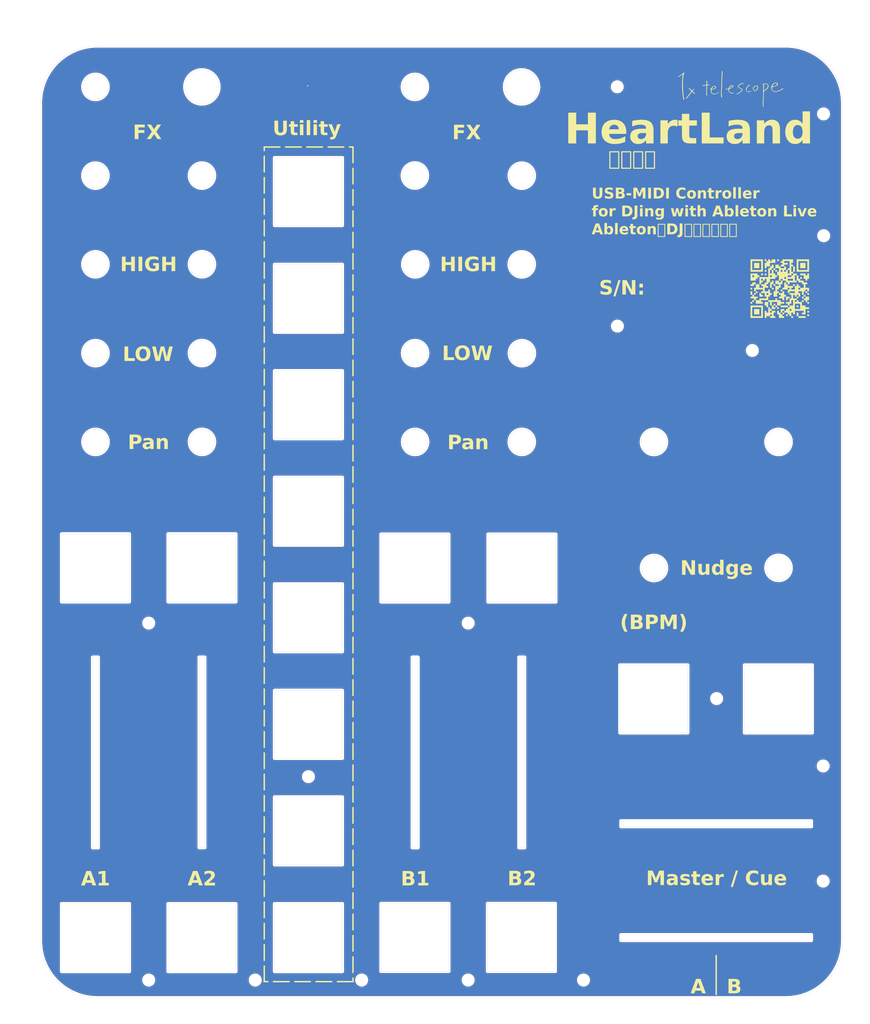
<source format=kicad_pcb>
(kicad_pcb (version 20240108) (generator "pcbnew") (generator_version "8.0")
  (layers (0 "F.Cu" signal) (31 "B.Cu" signal) (34 "B.Paste" user) (35 "F.Paste" user) (36 "B.SilkS" user "B.Silkscreen") (37 "F.SilkS" user "F.Silkscreen") (38 "B.Mask" user) (39 "F.Mask" user) (44 "Edge.Cuts" user))
  (net 0 "")
  (net 1 "GND")
  (footprint "MountingHole:MountingHole_3.2mm_M3" (layer "F.Cu") (at 257.4164 99.3892)
    (property "Reference" "gawa" (hide yes))
    (property "Value" "MountingHole_3.2mm_M3")
    (pad "" np_thru_hole circle (at 0 0) (size 3.2 3.2) (drill 3.2) (layers "F&B.Cu" "*.Mask"))
  )
  (footprint "MountingHole:MountingHole_3.2mm_M3" (layer "F.Cu") (at 199.3 91.75)
    (property "Reference" "gawa" (hide yes))
    (property "Value" "MountingHole_3.2mm_M3")
    (pad "" np_thru_hole circle (at 0 0) (size 3.2 3.2) (drill 3.2) (layers "F&B.Cu" "*.Mask"))
  )
  (footprint "MountingHole:MountingHole_3.2mm_M3" (layer "F.Cu") (at 67.3 242.75)
    (property "Reference" "gawa" (hide yes))
    (property "Value" "MountingHole_3.2mm_M3")
    (pad "" np_thru_hole circle (at 0 0) (size 3.2 3.2) (drill 3.2) (layers "F&B.Cu" "*.Mask"))
  )
  (footprint "MountingHole:MountingHole_3.2mm_M3" (layer "F.Cu") (at 112.3 286)
    (property "Reference" "gawa" (hide yes))
    (property "Value" "MountingHole_3.2mm_M3")
    (pad "" np_thru_hole circle (at 0 0) (size 3.2 3.2) (drill 3.2) (layers "F&B.Cu" "*.Mask"))
  )
  (footprint "MountingHole:MountingHole_3.2mm_M3" (layer "F.Cu") (at 257.4672 133.6792)
    (property "Reference" "gawa" (hide yes))
    (property "Value" "MountingHole_3.2mm_M3")
    (pad "" np_thru_hole circle (at 0 0) (size 3.2 3.2) (drill 3.2) (layers "F&B.Cu" "*.Mask"))
  )
  (footprint "1xtelescope:1xts_logo_30mm" (layer "F.Cu") (at 231.14 91.44)
    (property "Reference" "G***" (hide yes))
    (property "Value" "LOGO" (hide yes))
  )
  (footprint "MountingHole:MountingHole_3.2mm_M3" (layer "F.Cu") (at 199.352 159.13)
    (property "Reference" "gawa" (hide yes))
    (property "Value" "MountingHole_3.2mm_M3")
    (pad "" np_thru_hole circle (at 0 0) (size 3.2 3.2) (drill 3.2) (layers "F&B.Cu" "*.Mask"))
  )
  (footprint "MountingHole:MountingHole_3.2mm_M3" (layer "F.Cu") (at 67.3 343.25)
    (property "Reference" "gawa" (hide yes))
    (property "Value" "MountingHole_3.2mm_M3")
    (pad "" np_thru_hole circle (at 0 0) (size 3.2 3.2) (drill 3.2) (layers "F&B.Cu" "*.Mask"))
  )
  (footprint "MountingHole:MountingHole_3.2mm_M3" (layer "F.Cu") (at 257.3148 315.3908)
    (property "Reference" "gawa" (hide yes))
    (property "Value" "MountingHole_3.2mm_M3")
    (pad "" np_thru_hole circle (at 0 0) (size 3.2 3.2) (drill 3.2) (layers "F&B.Cu" "*.Mask"))
  )
  (footprint "MountingHole:MountingHole_3.2mm_M3" (layer "F.Cu") (at 127.3 343.25)
    (property "Reference" "gawa" (hide yes))
    (property "Value" "MountingHole_3.2mm_M3")
    (pad "" np_thru_hole circle (at 0 0) (size 3.2 3.2) (drill 3.2) (layers "F&B.Cu" "*.Mask"))
  )
  (footprint "MountingHole:MountingHole_3.2mm_M3" (layer "F.Cu") (at 237.3504 165.988)
    (property "Reference" "gawa" (hide yes))
    (property "Value" "MountingHole_3.2mm_M3")
    (pad "" np_thru_hole circle (at 0 0) (size 3.2 3.2) (drill 3.2) (layers "F&B.Cu" "*.Mask"))
  )
  (footprint "LOGO" (layer "F.Cu") (at 245.11 148.59)
    (property "Reference" "G***" (hide yes))
    (property "Value" "LOGO" (hide yes))
  )
  (footprint "MountingHole:MountingHole_3.2mm_M3" (layer "F.Cu") (at 189.8 343.25)
    (property "Reference" "gawa" (hide yes))
    (property "Value" "MountingHole_3.2mm_M3")
    (pad "" np_thru_hole circle (at 0 0) (size 3.2 3.2) (drill 3.2) (layers "F&B.Cu" "*.Mask"))
  )
  (footprint "MountingHole:MountingHole_3.2mm_M3" (layer "F.Cu") (at 157.3 242.75)
    (property "Reference" "gawa" (hide yes))
    (property "Value" "MountingHole_3.2mm_M3")
    (pad "" np_thru_hole circle (at 0 0) (size 3.2 3.2) (drill 3.2) (layers "F&B.Cu" "*.Mask"))
  )
  (footprint "MountingHole:MountingHole_3.2mm_M3" (layer "F.Cu") (at 227.3 264)
    (property "Reference" "gawa" (hide yes))
    (property "Value" "MountingHole_3.2mm_M3")
    (pad "" np_thru_hole circle (at 0 0) (size 3.2 3.2) (drill 3.2) (layers "F&B.Cu" "*.Mask"))
  )
  (footprint "MountingHole:MountingHole_3.2mm_M3" (layer "F.Cu") (at 257.3148 282.9804)
    (property "Reference" "M3" (hide yes))
    (property "Value" "MountingHole_3.2mm_M3")
    (pad "" np_thru_hole circle (at 0 0) (size 3.2 3.2) (drill 3.2) (layers "F&B.Cu" "*.Mask"))
  )
  (footprint "MountingHole:MountingHole_3.2mm_M3" (layer "F.Cu") (at 97.3 343.25)
    (property "Reference" "gawa" (hide yes))
    (property "Value" "MountingHole_3.2mm_M3")
    (pad "" np_thru_hole circle (at 0 0) (size 3.2 3.2) (drill 3.2) (layers "F&B.Cu" "*.Mask"))
  )
  (footprint "MountingHole:MountingHole_3.2mm_M3" (layer "F.Cu") (at 157.3 343.25)
    (property "Reference" "gawa" (hide yes))
    (property "Value" "MountingHole_3.2mm_M3")
    (pad "" np_thru_hole circle (at 0 0) (size 3.2 3.2) (drill 3.2) (layers "F&B.Cu" "*.Mask"))
  )
  (gr_line (start 227.1776 336.3332) (end 227.1776 347.3332) (stroke (width 0.4)) (layer "F.SilkS"))
  (gr_rect (start 99.85 108.7) (end 124.85 343.7) (stroke (width 0.4) (type dash)) (fill none) (layer "F.SilkS"))
  (gr_rect (start 42.75 321.75) (end 61.85 340.85) (stroke (width 0.05)) (fill none) (layer "Edge.Cuts"))
  (gr_circle (center 52.3 166.749892) (end 55.85 166.749892) (stroke (width 0.05)) (fill none) (layer "Edge.Cuts"))
  (gr_line (start 262.8 332.25) (end 262.8 96.25) (stroke (width 0.05)) (layer "Edge.Cuts"))
  (gr_circle (center 52.29 141.729892) (end 55.84 141.729892) (stroke (width 0.05)) (fill none) (layer "Edge.Cuts"))
  (gr_circle (center 52.28 116.759892) (end 55.83 116.759892) (stroke (width 0.05)) (fill none) (layer "Edge.Cuts"))
  (gr_rect (start 171.6 252.35) (end 173.2 306) (stroke (width 0.05)) (fill none) (layer "Edge.Cuts"))
  (gr_rect (start 42.75 217.65) (end 61.85 236.75) (stroke (width 0.05)) (fill none) (layer "Edge.Cuts"))
  (gr_rect (start 162.9 217.7) (end 182 236.8) (stroke (width 0.05)) (fill none) (layer "Edge.Cuts"))
  (gr_circle (center 82.28 91.78) (end 87.08 91.78) (stroke (width 0.05)) (fill none) (layer "Edge.Cuts"))
  (gr_circle (center 142.29 116.730108) (end 145.84 116.730108) (stroke (width 0.05)) (fill none) (layer "Edge.Cuts"))
  (gr_circle (center 172.4 191.730108) (end 175.95 191.730108) (stroke (width 0.05)) (fill none) (layer "Edge.Cuts"))
  (gr_circle (center 82.3 141.720108) (end 85.85 141.720108) (stroke (width 0.05)) (fill none) (layer "Edge.Cuts"))
  (gr_circle (center 52.3 91.779892) (end 55.85 91.779892) (stroke (width 0.05)) (fill none) (layer "Edge.Cuts"))
  (gr_rect (start 102.75 291.7) (end 121.85 310.8) (stroke (width 0.05)) (fill none) (layer "Edge.Cuts"))
  (gr_circle (center 52.31 191.74) (end 55.86 191.74) (stroke (width 0.05)) (fill none) (layer "Edge.Cuts"))
  (gr_rect (start 132.75 217.7) (end 151.85 236.8) (stroke (width 0.05)) (fill none) (layer "Edge.Cuts"))
  (gr_rect (start 200.35 298.45) (end 254 300.05) (stroke (width 0.05)) (fill none) (layer "Edge.Cuts"))
  (gr_line (start 36.8 96.25) (end 36.8 332.25) (stroke (width 0.05)) (layer "Edge.Cuts"))
  (gr_circle (center 172.44 166.760108) (end 175.99 166.760108) (stroke (width 0.05)) (fill none) (layer "Edge.Cuts"))
  (gr_rect (start 102.75 231.7) (end 121.85 250.8) (stroke (width 0.05)) (fill none) (layer "Edge.Cuts"))
  (gr_rect (start 72.75 217.65) (end 91.85 236.75) (stroke (width 0.05)) (fill none) (layer "Edge.Cuts"))
  (gr_rect (start 102.75 171.7) (end 121.85 190.8) (stroke (width 0.05)) (fill none) (layer "Edge.Cuts"))
  (gr_rect (start 200.35 330.5) (end 254 332.1) (stroke (width 0.05)) (fill none) (layer "Edge.Cuts"))
  (gr_rect (start 102.75 201.7) (end 121.85 220.8) (stroke (width 0.05)) (fill none) (layer "Edge.Cuts"))
  (gr_circle (center 142.34 166.749892) (end 145.89 166.749892) (stroke (width 0.05)) (fill none) (layer "Edge.Cuts"))
  (gr_circle (center 82.29 166.730108) (end 85.84 166.730108) (stroke (width 0.05)) (fill none) (layer "Edge.Cuts"))
  (gr_circle (center 244.740108 227.2) (end 248.290108 227.2) (stroke (width 0.05)) (fill none) (layer "Edge.Cuts"))
  (gr_circle (center 142.29 91.770108) (end 145.84 91.770108) (stroke (width 0.05)) (fill none) (layer "Edge.Cuts"))
  (gr_circle (center 82.31 191.730108) (end 85.86 191.730108) (stroke (width 0.05)) (fill none) (layer "Edge.Cuts"))
  (gr_rect (start 51.5 252.35) (end 53.1 306) (stroke (width 0.05)) (fill none) (layer "Edge.Cuts"))
  (gr_rect (start 102.75 261.7) (end 121.85 280.8) (stroke (width 0.05)) (fill none) (layer "Edge.Cuts"))
  (gr_arc (start 52.8 348.25) (mid 41.486292 343.563708) (end 36.8 332.25) (stroke (width 0.05)) (layer "Edge.Cuts"))
  (gr_rect (start 162.75 321.7) (end 181.85 340.8) (stroke (width 0.05)) (fill none) (layer "Edge.Cuts"))
  (gr_rect (start 72.75 321.75) (end 91.85 340.85) (stroke (width 0.05)) (fill none) (layer "Edge.Cuts"))
  (gr_circle (center 209.650108 227.23) (end 213.200108 227.23) (stroke (width 0.05)) (fill none) (layer "Edge.Cuts"))
  (gr_rect (start 102.75 111.7) (end 121.85 130.8) (stroke (width 0.05)) (fill none) (layer "Edge.Cuts"))
  (gr_arc (start 246.8 80.25) (mid 258.113708 84.936292) (end 262.8 96.25) (stroke (width 0.05)) (layer "Edge.Cuts"))
  (gr_rect (start 132.75 321.7) (end 151.85 340.8) (stroke (width 0.05)) (fill none) (layer "Edge.Cuts"))
  (gr_circle (center 172.39 141.750108) (end 175.94 141.750108) (stroke (width 0.05)) (fill none) (layer "Edge.Cuts"))
  (gr_rect (start 102.75 321.75) (end 121.85 340.85) (stroke (width 0.05)) (fill none) (layer "Edge.Cuts"))
  (gr_circle (center 82.3 116.750108) (end 85.85 116.750108) (stroke (width 0.05)) (fill none) (layer "Edge.Cuts"))
  (gr_circle (center 142.35 191.74) (end 145.9 191.74) (stroke (width 0.05)) (fill none) (layer "Edge.Cuts"))
  (gr_line (start 52.8 80.25) (end 246.8 80.25) (stroke (width 0.05)) (layer "Edge.Cuts"))
  (gr_rect (start 235.15 254.55) (end 254.25 273.65) (stroke (width 0.05)) (fill none) (layer "Edge.Cuts"))
  (gr_arc (start 262.8 332.25) (mid 258.113708 343.563708) (end 246.8 348.25) (stroke (width 0.05)) (layer "Edge.Cuts"))
  (gr_rect (start 141.55 252.35) (end 143.15 306) (stroke (width 0.05)) (fill none) (layer "Edge.Cuts"))
  (gr_rect (start 81.5 252.35) (end 83.1 305.95) (stroke (width 0.05)) (fill none) (layer "Edge.Cuts"))
  (gr_line (start 52.8 348.25) (end 246.8 348.25) (stroke (width 0.05)) (layer "Edge.Cuts"))
  (gr_circle (center 142.3924 141.738) (end 145.9424 141.738) (stroke (width 0.05)) (fill none) (layer "Edge.Cuts"))
  (gr_circle (center 244.750108 191.74) (end 248.300108 191.74) (stroke (width 0.05)) (fill none) (layer "Edge.Cuts"))
  (gr_circle (center 172.41 116.770108) (end 175.96 116.770108) (stroke (width 0.05)) (fill none) (layer "Edge.Cuts"))
  (gr_circle (center 172.337997 91.78) (end 177.137997 91.78) (stroke (width 0.05)) (fill none) (layer "Edge.Cuts"))
  (gr_circle (center 209.640108 191.75) (end 213.190108 191.75) (stroke (width 0.05)) (fill none) (layer "Edge.Cuts"))
  (gr_arc (start 36.8 96.25) (mid 41.486292 84.936292) (end 52.8 80.25) (stroke (width 0.05)) (layer "Edge.Cuts"))
  (gr_rect (start 200.05 254.55) (end 219.15 273.65) (stroke (width 0.05)) (fill none) (layer "Edge.Cuts"))
  (gr_rect (start 102.75 141.75) (end 121.85 160.85) (stroke (width 0.05)) (fill none) (layer "Edge.Cuts"))
  (gr_text "A1" (at 52.324 314.96 0) (layer "F.SilkS") (effects (font (size 4 4) (thickness 0.3) (bold yes))))
  (gr_text "Pan" (at 67.2592 192.0748 0) (layer "F.SilkS") (effects (font (size 4 4) (thickness 0.3) (bold yes))))
  (gr_text "S/N:" (at 200.66 148.59 0) (layer "F.SilkS") (effects (font (size 4 4) (thickness 0.3) (bold yes))))
  (gr_text "Utility" (at 111.85 103.7 0) (layer "F.SilkS") (effects (font (size 4 4) (thickness 0.3) (bold yes))))
  (gr_text "B1" (at 142.3924 314.96 0) (layer "F.SilkS") (effects (font (size 4 4) (thickness 0.3) (bold yes))))
  (gr_text "HIGH" (at 67.2592 141.986 0) (layer "F.SilkS") (effects (font (size 4 4) (thickness 0.3) (bold yes))))
  (gr_text "LOW" (at 67.1068 167.2844 0) (layer "F.SilkS") (effects (font (size 4 4) (thickness 0.3) (bold yes))))
  (gr_text "USB-MIDI Controller\nfor DJing with Ableton Live\nAbletonでDJやりたいです" (at 192.08 127 0) (layer "F.SilkS") (effects (font (size 3 3) (thickness 0.3) (bold yes)) (justify left)))
  (gr_text "HIGH" (at 157.3616 141.994108 0) (layer "F.SilkS") (effects (font (size 4 4) (thickness 0.3) (bold yes))))
  (gr_text "A2" (at 82.3468 314.96 0) (layer "F.SilkS") (effects (font (size 4 4) (thickness 0.3) (bold yes))))
  (gr_text "Nudge" (at 227.2792 227.4824 0) (layer "F.SilkS") (effects (font (size 4 4) (thickness 0.3) (bold yes))))
  (gr_text "FX" (at 66.9036 104.8004 0) (layer "F.SilkS") (effects (font (size 4 4) (thickness 0.3) (bold yes))))
  (gr_text "Pan" (at 157.2768 192.1256 0) (layer "F.SilkS") (effects (font (size 4 4) (thickness 0.3) (bold yes))))
  (gr_text "FX" (at 156.8704 104.8512 0) (layer "F.SilkS") (effects (font (size 4 4) (thickness 0.3) (bold yes))))
  (gr_text "Master / Cue" (at 227.2792 314.8584 0) (layer "F.SilkS") (effects (font (size 4 4) (thickness 0.3) (bold yes))))
  (gr_text "A   B" (at 227.1776 345.3332 0) (layer "F.SilkS") (effects (font (size 4 4) (thickness 0.3) (bold yes))))
  (gr_text "B2" (at 172.466 314.9092 0) (layer "F.SilkS") (effects (font (size 4 4) (thickness 0.3) (bold yes))))
  (gr_text "中軸地帯" (at 203.51 112.17 0) (layer "F.SilkS") (effects (font (size 4 4) (thickness 0.3) (bold yes))))
  (gr_text "LOW" (at 157.0736 167.0304 0) (layer "F.SilkS") (effects (font (size 4 4) (thickness 0.3) (bold yes))))
  (gr_text "(BPM)" (at 209.6008 242.7732 0) (layer "F.SilkS") (effects (font (size 4 4) (thickness 0.3) (bold yes))))
  (gr_text "HeartLand" (at 219.51 104.17 0) (layer "F.SilkS") (effects (font (size 8.5 8.5) (thickness 0.3) (bold yes))))
  (via (at 112.07 91.47) (size 0.6) (drill 0.3) (layers "F.Cu" "B.Cu") (net 1))
  (zone (net 1) (net_name "GND") (layers "F&B.Cu") (connect_pads (clearance 0.5)) (min_thickness 0.25) (fill yes (thermal_gap 0.5) (thermal_bridge_width 0.5) (smoothing chamfer))
    (polygon (pts (xy 25.4 355.6) (xy 270.51 355.6) (xy 270.51 67.31) (xy 25.4 67.31)))
  )
)
</source>
